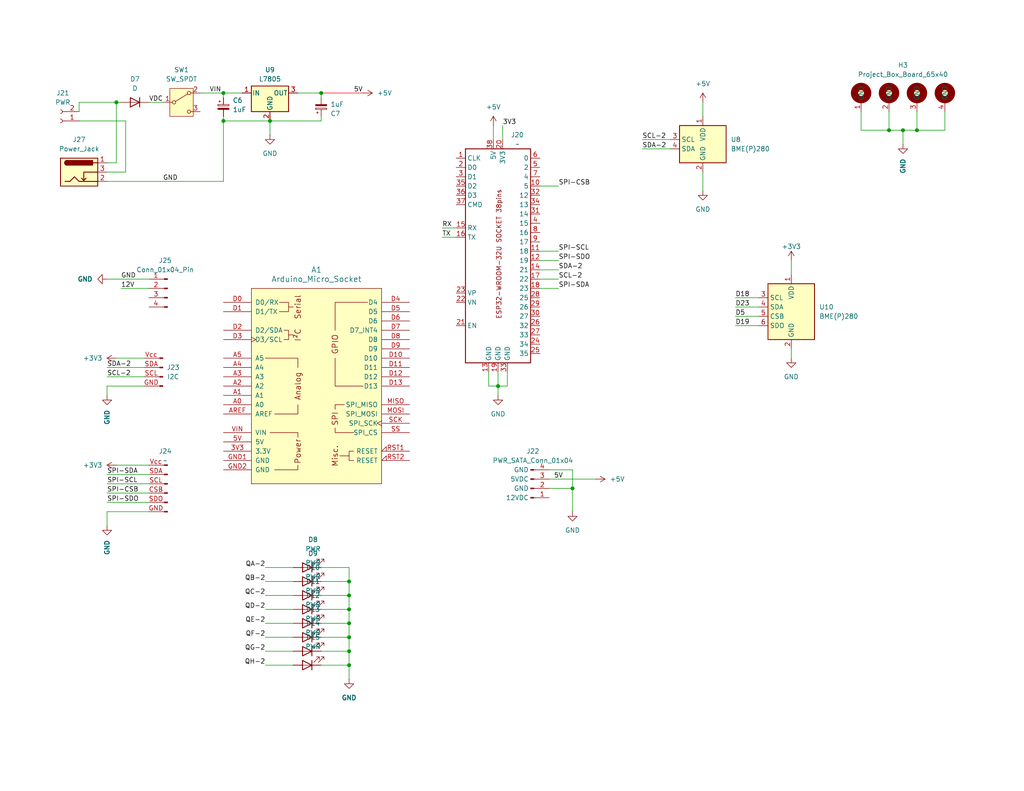
<source format=kicad_sch>
(kicad_sch (version 20231120) (generator "eeschema") (generator_version "8.0")
  (paper "USLetter")
  (title_block (title "ESP32 Sensor Node") (date "2024-07-03") (rev "v2.0") (comment 1 "ESP32-WROOM-32U DevKit"))
  (lib_symbols
    (symbol "+3V3_2" (power) (pin_numbers hide) (pin_names (offset 0) hide)
      (property "Value" "+3V3" (at 0 3.556 0))
      (symbol "+3V3_2_0_1"
        (polyline (pts (xy -0.762 1.27) (xy 0 2.54)))
        (polyline (pts (xy 0 0) (xy 0 2.54)))
        (polyline (pts (xy 0 2.54) (xy 0.762 1.27)))
      )
      (symbol "+3V3_2_1_1"
        (pin power_in line (at 0 0 90) (length 0) (name "~") (number "1"))
      )
    )
    (symbol "+5V_2" (power) (pin_numbers hide) (pin_names (offset 0) hide)
      (property "Value" "+5V" (at 0 3.556 0))
      (symbol "+5V_2_0_1"
        (polyline (pts (xy -0.762 1.27) (xy 0 2.54)))
        (polyline (pts (xy 0 0) (xy 0 2.54)))
        (polyline (pts (xy 0 2.54) (xy 0.762 1.27)))
      )
      (symbol "+5V_2_1_1"
        (pin power_in line (at 0 0 90) (length 0) (name "~") (number "1"))
      )
    )
    (symbol "Alexander Symbol Library:BME(P)280"
      (property "Reference" "U" (at -7.62 10.16 0))
      (property "Value" "BME(P)280" (at 5.08 10.16 0))
      (symbol "BME(P)280_0_1"
        (rectangle (start -7.62 7.62) (end 5.08 -2.54) (stroke (width 0.254)) (fill (type background)))
      )
      (symbol "BME(P)280_1_1"
        (pin power_in line (at -1.27 10.16 270) (length 2.54) (name "VDD") (number "1"))
        (pin power_out line (at -1.27 -5.08 90) (length 2.54) (name "GND") (number "2"))
        (pin input line (at -10.16 3.81 0) (length 2.54) (name "SCL") (number "3"))
        (pin bidirectional line (at -10.16 1.27 0) (length 2.54) (name "SDA") (number "4"))
      )
    )
    (symbol "Alexander Symbol Library:ESP32-WROOM-32U-38pins"
      (property "Reference" "J20" (at 13.6241 62.23 0))
      (property "Value" "~" (at 13.6241 59.69 0))
      (symbol "ESP32-WROOM-32U-38pins_0_1"
        (rectangle (start 0 58.42) (end 17.78 0) (stroke (width 0.254)))
      )
      (symbol "ESP32-WROOM-32U-38pins_1_1"
        (text "ESP32-WROOM-32U SOCKET 38pins" (at 9.144 29.718 900) (effects (font (size 1.27 1.27))))
        (pin input line (at -2.54 55.88 0) (length 2.54) (name "CLK") (number "1"))
        (pin bidirectional line (at 20.32 48.26 180) (length 2.54) (name "5") (number "10"))
        (pin bidirectional line (at 20.32 30.48 180) (length 2.54) (name "18") (number "11"))
        (pin bidirectional line (at 20.32 27.94 180) (length 2.54) (name "19") (number "12"))
        (pin power_out line (at 6.35 -2.54 90) (length 2.54) (name "GND") (number "13"))
        (pin bidirectional line (at 20.32 25.4 180) (length 2.54) (name "21") (number "14"))
        (pin bidirectional line (at -2.54 36.83 0) (length 2.54) (name "RX") (number "15"))
        (pin bidirectional line (at -2.54 34.29 0) (length 2.54) (name "TX") (number "16"))
        (pin bidirectional line (at 20.32 22.86 180) (length 2.54) (name "22") (number "17"))
        (pin bidirectional line (at 20.32 20.32 180) (length 2.54) (name "23") (number "18"))
        (pin power_out line (at 8.89 -2.54 90) (length 2.54) (name "GND") (number "19"))
        (pin bidirectional line (at -2.54 53.34 0) (length 2.54) (name "D0") (number "2"))
        (pin power_in line (at 10.16 60.96 270) (length 2.54) (name "3V3") (number "20"))
        (pin bidirectional line (at -2.54 10.16 0) (length 2.54) (name "EN") (number "21"))
        (pin bidirectional line (at -2.54 16.51 0) (length 2.54) (name "VN") (number "22"))
        (pin bidirectional line (at -2.54 19.05 0) (length 2.54) (name "VP") (number "23"))
        (pin bidirectional line (at 20.32 5.08 180) (length 2.54) (name "34") (number "24"))
        (pin bidirectional line (at 20.32 2.54 180) (length 2.54) (name "35") (number "25"))
        (pin bidirectional line (at 20.32 10.16 180) (length 2.54) (name "32") (number "26"))
        (pin bidirectional line (at 20.32 7.62 180) (length 2.54) (name "33") (number "27"))
        (pin bidirectional line (at 20.32 17.78 180) (length 2.54) (name "25") (number "28"))
        (pin bidirectional line (at 20.32 15.24 180) (length 2.54) (name "26") (number "29"))
        (pin bidirectional line (at -2.54 50.8 0) (length 2.54) (name "D1") (number "3"))
        (pin bidirectional line (at 20.32 12.7 180) (length 2.54) (name "27") (number "30"))
        (pin bidirectional line (at 20.32 40.64 180) (length 2.54) (name "14") (number "31"))
        (pin bidirectional line (at 20.32 45.72 180) (length 2.54) (name "12") (number "32"))
        (pin power_out line (at 11.43 -2.54 90) (length 2.54) (name "GND") (number "33"))
        (pin bidirectional line (at 20.32 43.18 180) (length 2.54) (name "13") (number "34"))
        (pin bidirectional line (at -2.54 48.26 0) (length 2.54) (name "D2") (number "35"))
        (pin bidirectional line (at -2.54 45.72 0) (length 2.54) (name "D3") (number "36"))
        (pin bidirectional line (at -2.54 43.18 0) (length 2.54) (name "CMD") (number "37"))
        (pin power_in line (at 7.62 60.96 270) (length 2.54) (name "5V") (number "38"))
        (pin bidirectional line (at 20.32 38.1 180) (length 2.54) (name "15") (number "4"))
        (pin bidirectional line (at 20.32 53.34 180) (length 2.54) (name "2") (number "5"))
        (pin bidirectional line (at 20.32 55.88 180) (length 2.54) (name "0") (number "6"))
        (pin bidirectional line (at 20.32 50.8 180) (length 2.54) (name "4") (number "7"))
        (pin bidirectional line (at 20.32 35.56 180) (length 2.54) (name "16") (number "8"))
        (pin bidirectional line (at 20.32 33.02 180) (length 2.54) (name "17") (number "9"))
      )
    )
    (symbol "Alexander_Library_Symbols:BME(P)280"
      (property "Reference" "U" (at -7.62 10.16 0))
      (property "Value" "BME(P)280" (at 5.08 10.16 0))
      (symbol "BME(P)280_0_1"
        (rectangle (start -7.62 7.62) (end 5.08 -7.62) (stroke (width 0.254)) (fill (type background)))
      )
      (symbol "BME(P)280_1_1"
        (pin power_in line (at -1.27 10.16 270) (length 2.54) (name "VDD") (number "1"))
        (pin power_out line (at -1.27 -10.16 90) (length 2.54) (name "GND") (number "2"))
        (pin input line (at -10.16 3.81 0) (length 2.54) (name "SCL") (number "3"))
        (pin bidirectional line (at -10.16 1.27 0) (length 2.54) (name "SDA") (number "4"))
        (pin input line (at -10.16 -1.27 0) (length 2.54) (name "CSB") (number "5"))
        (pin input line (at -10.16 -3.81 0) (length 2.54) (name "SDO") (number "6"))
      )
    )
    (symbol "Alexander_Library_Symbols:Conn_I2C_01x04" (pin_names (offset 1.016) hide)
      (property "Reference" "J" (at 0 5.08 0))
      (property "Value" "I2C" (at 0 -7.62 0))
      (symbol "Conn_I2C_01x04_1_1"
        (polyline (pts (xy 1.27 -5.08) (xy 0.8636 -5.08)) (stroke (width 0.1524)))
        (polyline (pts (xy 1.27 -2.54) (xy 0.8636 -2.54)) (stroke (width 0.1524)))
        (polyline (pts (xy 1.27 0) (xy 0.8636 0)) (stroke (width 0.1524)))
        (polyline (pts (xy 1.27 2.54) (xy 0.8636 2.54)) (stroke (width 0.1524)))
        (rectangle (start 0.8636 -4.953) (end 0 -5.207) (stroke (width 0.1524)) (fill (type outline)))
        (rectangle (start 0.8636 -2.413) (end 0 -2.667) (stroke (width 0.1524)) (fill (type outline)))
        (rectangle (start 0.8636 0.127) (end 0 -0.127) (stroke (width 0.1524)) (fill (type outline)))
        (rectangle (start 0.8636 2.667) (end 0 2.413) (stroke (width 0.1524)) (fill (type outline)))
        (pin power_out line (at 5.08 -5.08 180) (length 3.81) (name "GND") (number "GND"))
        (pin bidirectional line (at 5.08 -2.54 180) (length 3.81) (name "SCL") (number "SCL"))
        (pin bidirectional line (at 5.08 0 180) (length 3.81) (name "SDA") (number "SDA"))
        (pin power_in line (at 5.08 2.54 180) (length 3.81) (name "VCC") (number "Vcc"))
      )
    )
    (symbol "Alexander_Library_Symbols:PWR_SATA_Conn_01x04" (pin_names (offset 1.778)) (exclude_from_sim yes)
      (property "Reference" "J" (at 0 -7.62 0))
      (property "Value" "PWR_SATA_Conn_01x04" (at 0 5.08 0))
      (symbol "PWR_SATA_Conn_01x04_1_1"
        (rectangle (start 0 -4.953) (end 0.8636 -5.207) (stroke (width 0.1524)) (fill (type outline)))
        (rectangle (start 0 -2.413) (end 0.8636 -2.667) (stroke (width 0.1524)) (fill (type outline)))
        (polyline (pts (xy 1.27 -5.08) (xy 0.8636 -5.08)) (stroke (width 0.1524)))
        (polyline (pts (xy 1.27 -2.54) (xy 0.8636 -2.54)) (stroke (width 0.1524)))
        (polyline (pts (xy 1.27 0) (xy 0.8636 0)) (stroke (width 0.1524)))
        (polyline (pts (xy 1.27 2.54) (xy 0.8636 2.54)) (stroke (width 0.1524)))
        (rectangle (start 0 0.127) (end 0.8636 -0.127) (stroke (width 0.1524)) (fill (type outline)))
        (rectangle (start 0 2.667) (end 0.8636 2.413) (stroke (width 0.1524)) (fill (type outline)))
        (pin passive line (at 5.08 -5.08 180) (length 3.81) (name "12VDC") (number "1"))
        (pin passive line (at 5.08 -2.54 180) (length 3.81) (name "GND") (number "2"))
        (pin passive line (at 5.08 0 180) (length 3.81) (name "5VDC") (number "3"))
        (pin passive line (at 5.08 2.54 180) (length 3.81) (name "GND") (number "4"))
      )
    )
    (symbol "Alexander_Library_Symbols:Project_Box_Board_65x40"
      (property "Reference" "H" (at 0 7.62 0))
      (property "Value" "Project_Box_Board_65x40" (at 0 5.08 0))
      (symbol "Project_Box_Board_65x40_0_1"
        (circle (center -11.43 -1.27) (radius 1.27) (fill (type background)))
        (circle (center -11.43 -1.27) (radius 1.7961) (stroke (width 2)))
        (circle (center -3.81 -1.27) (radius 1.27) (fill (type background)))
        (circle (center -3.81 -1.27) (radius 1.7961) (stroke (width 2)))
        (circle (center 3.81 -1.27) (radius 1.27) (fill (type background)))
        (circle (center 3.81 -1.27) (radius 1.7961) (stroke (width 2)))
        (circle (center 11.43 -1.27) (radius 1.27) (fill (type background)))
        (circle (center 11.43 -1.27) (radius 1.7961) (stroke (width 2)))
      )
      (symbol "Project_Box_Board_65x40_1_1"
        (pin passive line (at -11.43 -6.35 90) (length 2.54) (name "GND") (number "1"))
        (pin passive line (at -3.81 -6.35 90) (length 2.54) (name "GND") (number "2"))
        (pin passive line (at 3.81 -6.35 90) (length 2.54) (name "GND") (number "3"))
        (pin passive line (at 11.43 -6.35 90) (length 2.54) (name "GND") (number "4"))
      )
    )
    (symbol "Alexander_Library_Symbols:SW_SPDT" (pin_names (offset 0) hide)
      (property "Reference" "SW" (at 0 5.08 0))
      (property "Value" "SW_SPDT" (at 0 -5.08 0))
      (symbol "SW_SPDT_0_1"
        (circle (center -2.032 0) (radius 0.4572))
        (polyline (pts (xy -1.651 0.254) (xy 1.651 2.286)))
        (circle (center 2.032 -2.54) (radius 0.4572))
        (circle (center 2.032 2.54) (radius 0.4572))
      )
      (symbol "SW_SPDT_1_1"
        (rectangle (start -3.175 3.81) (end 3.175 -3.81) (fill (type background)))
        (pin passive line (at -5.08 0 0) (length 2.54) (name "COM") (number "1"))
        (pin passive line (at 5.08 2.54 180) (length 2.54) (name "A") (number "2"))
        (pin passive line (at 5.08 -2.54 180) (length 2.54) (name "B") (number "3"))
      )
    )
    (symbol "Conn_01x04_Pin_1" (pin_names (offset 1.016) hide)
      (property "Reference" "J" (at 0 5.08 0))
      (property "Value" "Conn_01x04_Pin" (at 0 -7.62 0))
      (symbol "Conn_01x04_Pin_1_1_1"
        (polyline (pts (xy 1.27 -5.08) (xy 0.8636 -5.08)) (stroke (width 0.1524)))
        (polyline (pts (xy 1.27 -2.54) (xy 0.8636 -2.54)) (stroke (width 0.1524)))
        (polyline (pts (xy 1.27 0) (xy 0.8636 0)) (stroke (width 0.1524)))
        (polyline (pts (xy 1.27 2.54) (xy 0.8636 2.54)) (stroke (width 0.1524)))
        (rectangle (start 0.8636 -4.953) (end 0 -5.207) (stroke (width 0.1524)) (fill (type outline)))
        (rectangle (start 0.8636 -2.413) (end 0 -2.667) (stroke (width 0.1524)) (fill (type outline)))
        (rectangle (start 0.8636 0.127) (end 0 -0.127) (stroke (width 0.1524)) (fill (type outline)))
        (rectangle (start 0.8636 2.667) (end 0 2.413) (stroke (width 0.1524)) (fill (type outline)))
        (pin passive line (at 5.08 2.54 180) (length 3.81) (name "Pin_1") (number "1"))
        (pin passive line (at 5.08 0 180) (length 3.81) (name "Pin_2") (number "2"))
        (pin passive line (at 5.08 -2.54 180) (length 3.81) (name "Pin_3") (number "3"))
        (pin passive line (at 5.08 -5.08 180) (length 3.81) (name "Pin_4") (number "4"))
      )
    )
    (symbol "Conn_SPI_1" (pin_names hide)
      (property "Reference" "J" (at 0 0 0))
      (symbol "Conn_SPI_1_1_1"
        (polyline (pts (xy 1.27 5.08) (xy 0.8636 5.08)) (stroke (width 0.1524)))
        (polyline (pts (xy 1.27 7.62) (xy 0.8636 7.62)) (stroke (width 0.1524)))
        (polyline (pts (xy 1.27 10.16) (xy 0.8636 10.16)) (stroke (width 0.1524)))
        (polyline (pts (xy 1.27 12.7) (xy 0.8636 12.7)) (stroke (width 0.1524)))
        (polyline (pts (xy 1.27 15.24) (xy 0.8636 15.24)) (stroke (width 0.1524)))
        (polyline (pts (xy 1.27 17.78) (xy 0.8636 17.78)) (stroke (width 0.1524)))
        (rectangle (start 0 10.287) (end 0.8636 10.033) (stroke (width 0.1524)) (fill (type outline)))
        (rectangle (start 0 12.827) (end 0.8636 12.573) (stroke (width 0.1524)) (fill (type outline)))
        (rectangle (start 0.8636 5.207) (end 0 4.953) (stroke (width 0.1524)) (fill (type outline)))
        (rectangle (start 0.8636 7.747) (end 0 7.493) (stroke (width 0.1524)) (fill (type outline)))
        (rectangle (start 0.8636 15.367) (end 0 15.113) (stroke (width 0.1524)) (fill (type outline)))
        (rectangle (start 0.8636 17.907) (end 0 17.653) (stroke (width 0.1524)) (fill (type outline)))
        (pin bidirectional line (at 5.08 10.16 180) (length 3.81) (name "CSB") (number "CSB"))
        (pin power_out line (at 5.08 5.08 180) (length 3.81) (name "GND") (number "GND"))
        (pin bidirectional line (at 5.08 12.7 180) (length 3.81) (name "SCL") (number "SCL"))
        (pin bidirectional line (at 5.08 15.24 180) (length 3.81) (name "SDA") (number "SDA"))
        (pin bidirectional line (at 5.08 7.62 180) (length 3.81) (name "SDO") (number "SDO"))
        (pin power_in line (at 5.08 17.78 180) (length 3.81) (name "VCC") (number "Vcc"))
      )
    )
    (symbol "Connector:Barrel_Jack_Switch" (pin_names hide)
      (property "Reference" "J" (at 0 5.334 0))
      (property "Value" "Barrel_Jack_Switch" (at 0 -5.08 0))
      (symbol "Barrel_Jack_Switch_0_1"
        (rectangle (start -5.08 3.81) (end 5.08 -3.81) (stroke (width 0.254)) (fill (type background)))
        (arc (start -3.302 3.175) (mid -3.9343 2.54) (end -3.302 1.905) (stroke (width 0.254)))
        (arc (start -3.302 3.175) (mid -3.9343 2.54) (end -3.302 1.905) (stroke (width 0.254)) (fill (type outline)))
        (polyline (pts (xy 1.27 -2.286) (xy 1.905 -1.651)) (stroke (width 0.254)))
        (polyline (pts (xy 5.08 2.54) (xy 3.81 2.54)) (stroke (width 0.254)))
        (polyline (pts (xy 5.08 0) (xy 1.27 0) (xy 1.27 -2.286) (xy 0.635 -1.651)) (stroke (width 0.254)))
        (polyline (pts (xy -3.81 -2.54) (xy -2.54 -2.54) (xy -1.27 -1.27) (xy 0 -2.54) (xy 2.54 -2.54) (xy 5.08 -2.54)) (stroke (width 0.254)))
        (rectangle (start 3.683 3.175) (end -3.302 1.905) (stroke (width 0.254)) (fill (type outline)))
      )
      (symbol "Barrel_Jack_Switch_1_1"
        (pin passive line (at 7.62 2.54 180) (length 2.54) (name "~") (number "1"))
        (pin passive line (at 7.62 -2.54 180) (length 2.54) (name "~") (number "2"))
        (pin passive line (at 7.62 0 180) (length 2.54) (name "~") (number "3"))
      )
    )
    (symbol "Connector:Conn_01x02_Socket" (pin_names (offset 1.016) hide)
      (property "Reference" "J" (at 0 2.54 0))
      (property "Value" "Conn_01x02_Socket" (at 0 -5.08 0))
      (symbol "Conn_01x02_Socket_1_1"
        (arc (start 0 -2.032) (mid -0.5058 -2.54) (end 0 -3.048) (stroke (width 0.1524)))
        (polyline (pts (xy -1.27 -2.54) (xy -0.508 -2.54)) (stroke (width 0.1524)))
        (polyline (pts (xy -1.27 0) (xy -0.508 0)) (stroke (width 0.1524)))
        (arc (start 0 0.508) (mid -0.5058 0) (end 0 -0.508) (stroke (width 0.1524)))
        (pin passive line (at -5.08 0 0) (length 3.81) (name "Pin_1") (number "1"))
        (pin passive line (at -5.08 -2.54 0) (length 3.81) (name "Pin_2") (number "2"))
      )
    )
    (symbol "Device:C_Polarized_Small" (pin_numbers hide) (pin_names (offset 0.254) hide)
      (property "Reference" "C" (at 0.254 1.778 0))
      (property "Value" "C_Polarized_Small" (at 0.254 -2.032 0))
      (symbol "C_Polarized_Small_0_1"
        (rectangle (start -1.524 -0.3048) (end 1.524 -0.6858) (fill (type outline)))
        (rectangle (start -1.524 0.6858) (end 1.524 0.3048))
        (polyline (pts (xy -1.27 1.524) (xy -0.762 1.524)))
        (polyline (pts (xy -1.016 1.27) (xy -1.016 1.778)))
      )
      (symbol "C_Polarized_Small_1_1"
        (pin passive line (at 0 2.54 270) (length 1.8542) (name "~") (number "1"))
        (pin passive line (at 0 -2.54 90) (length 1.8542) (name "~") (number "2"))
      )
    )
    (symbol "Device:D" (pin_numbers hide) (pin_names (offset 1.016) hide)
      (property "Reference" "D" (at 0 2.54 0))
      (property "Value" "D" (at 0 -2.54 0))
      (symbol "D_0_1"
        (polyline (pts (xy -1.27 1.27) (xy -1.27 -1.27)) (stroke (width 0.254)))
        (polyline (pts (xy 1.27 0) (xy -1.27 0)))
        (polyline (pts (xy 1.27 1.27) (xy 1.27 -1.27) (xy -1.27 0) (xy 1.27 1.27)) (stroke (width 0.254)))
      )
      (symbol "D_1_1"
        (pin passive line (at -3.81 0 0) (length 2.54) (name "K") (number "1"))
        (pin passive line (at 3.81 0 180) (length 2.54) (name "A") (number "2"))
      )
    )
    (symbol "Device:LED" (pin_numbers hide) (pin_names (offset 1.016) hide)
      (property "Reference" "D" (at 0 2.54 0))
      (property "Value" "LED" (at 0 -2.54 0))
      (symbol "LED_0_1"
        (polyline (pts (xy -1.27 -1.27) (xy -1.27 1.27)) (stroke (width 0.254)))
        (polyline (pts (xy -1.27 0) (xy 1.27 0)))
        (polyline (pts (xy 1.27 -1.27) (xy 1.27 1.27) (xy -1.27 0) (xy 1.27 -1.27)) (stroke (width 0.254)))
        (polyline (pts (xy -3.048 -0.762) (xy -4.572 -2.286) (xy -3.81 -2.286) (xy -4.572 -2.286) (xy -4.572 -1.524)))
        (polyline (pts (xy -1.778 -0.762) (xy -3.302 -2.286) (xy -2.54 -2.286) (xy -3.302 -2.286) (xy -3.302 -1.524)))
      )
      (symbol "LED_1_1"
        (pin passive line (at -3.81 0 0) (length 2.54) (name "K") (number "1"))
        (pin passive line (at 3.81 0 180) (length 2.54) (name "A") (number "2"))
      )
    )
    (symbol "GND_4" (power) (pin_numbers hide) (pin_names (offset 0) hide)
      (property "Value" "GND" (at 0 -3.81 0))
      (symbol "GND_4_0_1"
        (polyline (pts (xy 0 0) (xy 0 -1.27) (xy 1.27 -1.27) (xy 0 -2.54) (xy -1.27 -1.27) (xy 0 -1.27)))
      )
      (symbol "GND_4_1_1"
        (pin power_in line (at 0 0 270) (length 0) (name "~") (number "1"))
      )
    )
    (symbol "GND_7" (power) (pin_numbers hide) (pin_names (offset 0) hide)
      (property "Value" "GND" (at 0 -3.81 0))
      (symbol "GND_7_0_1"
        (polyline (pts (xy 0 0) (xy 0 -1.27) (xy 1.27 -1.27) (xy 0 -2.54) (xy -1.27 -1.27) (xy 0 -1.27)))
      )
      (symbol "GND_7_1_1"
        (pin power_in line (at 0 0 270) (length 0) (name "~") (number "1"))
      )
    )
    (symbol "PCM_arduino-library:Arduino_Micro_Socket" (pin_names (offset 1.016))
      (property "Reference" "A" (at 0 33.02 0))
      (property "Value" "Arduino_Micro_Socket" (at 0 29.21 0))
      (symbol "Arduino_Micro_Socket_0_0"
        (rectangle (start -17.78 26.67) (end 17.78 -26.67) (fill (type background)))
        (polyline (pts (xy -7.62 13.97) (xy -6.35 13.97)))
        (polyline (pts (xy -7.62 21.59) (xy -6.35 21.59)))
        (polyline (pts (xy 8.89 -19.05) (xy 6.35 -19.05)))
        (polyline (pts (xy -11.43 -22.86) (xy -5.08 -22.86) (xy -5.08 -21.59)))
        (polyline (pts (xy -5.08 -13.97) (xy -5.08 -12.7) (xy -12.7 -12.7)))
        (polyline (pts (xy -5.08 -5.08) (xy -5.08 -7.62) (xy -11.43 -7.62)))
        (polyline (pts (xy -5.08 5.08) (xy -5.08 7.62) (xy -13.97 7.62)))
        (polyline (pts (xy 5.08 -11.43) (xy 5.08 -12.7) (xy 10.16 -12.7)))
        (polyline (pts (xy 5.08 7.62) (xy 5.08 0) (xy 12.7 0)))
        (polyline (pts (xy 7.62 -5.08) (xy 5.08 -5.08) (xy 5.08 -6.35)))
        (polyline (pts (xy 13.97 22.86) (xy 5.08 22.86) (xy 5.08 15.24)))
        (polyline (pts (xy -10.16 22.86) (xy -7.62 22.86) (xy -7.62 20.32) (xy -10.16 20.32)))
        (polyline (pts (xy -8.89 15.24) (xy -7.62 15.24) (xy -7.62 12.7) (xy -8.89 12.7)))
        (text "Analog" (at -5.08 0 900) (effects (font (size 1.524 1.524))))
        (text "I²C" (at -5.08 13.97 900) (effects (font (size 1.524 1.524))))
        (text "Misc." (at 5.08 -19.05 900) (effects (font (size 1.524 1.524))))
        (text "Power" (at -5.08 -17.78 900) (effects (font (size 1.524 1.524))))
        (text "Serial" (at -5.08 21.59 900) (effects (font (size 1.524 1.524))))
        (text "SPI" (at 5.08 -8.89 900) (effects (font (size 1.524 1.524))))
      )
      (symbol "Arduino_Micro_Socket_0_1"
        (polyline (pts (xy 10.16 -17.78) (xy 8.89 -17.78) (xy 8.89 -20.32) (xy 10.16 -20.32)))
      )
      (symbol "Arduino_Micro_Socket_1_0"
        (text "GPIO" (at 5.08 11.43 900) (effects (font (size 1.524 1.524))))
      )
      (symbol "Arduino_Micro_Socket_1_1"
        (pin power_out line (at -25.4 -17.78 0) (length 7.62) (name "3.3V") (number "3V3"))
        (pin power_in line (at -25.4 -15.24 0) (length 7.62) (name "5V") (number "5V"))
        (pin bidirectional line (at -25.4 -5.08 0) (length 7.62) (name "A0") (number "A0"))
        (pin bidirectional line (at -25.4 -2.54 0) (length 7.62) (name "A1") (number "A1"))
        (pin bidirectional line (at -25.4 0 0) (length 7.62) (name "A2") (number "A2"))
        (pin bidirectional line (at -25.4 2.54 0) (length 7.62) (name "A3") (number "A3"))
        (pin bidirectional line (at -25.4 5.08 0) (length 7.62) (name "A4") (number "A4"))
        (pin bidirectional line (at -25.4 7.62 0) (length 7.62) (name "A5") (number "A5"))
        (pin input line (at -25.4 -7.62 0) (length 7.62) (name "AREF") (number "AREF"))
        (pin bidirectional line (at -25.4 22.86 0) (length 7.62) (name "D0/RX") (number "D0"))
        (pin bidirectional line (at -25.4 20.32 0) (length 7.62) (name "D1/TX") (number "D1"))
        (pin bidirectional line (at 25.4 7.62 180) (length 7.62) (name "D10") (number "D10"))
        (pin bidirectional line (at 25.4 5.08 180) (length 7.62) (name "D11") (number "D11"))
        (pin bidirectional line (at 25.4 2.54 180) (length 7.62) (name "D12") (number "D12"))
        (pin bidirectional line (at 25.4 0 180) (length 7.62) (name "D13") (number "D13"))
        (pin bidirectional line (at -25.4 15.24 0) (length 7.62) (name "D2/SDA") (number "D2"))
        (pin bidirectional clock (at -25.4 12.7 0) (length 7.62) (name "D3/SCL") (number "D3"))
        (pin bidirectional line (at 25.4 22.86 180) (length 7.62) (name "D4") (number "D4"))
        (pin bidirectional line (at 25.4 20.32 180) (length 7.62) (name "D5") (number "D5"))
        (pin bidirectional line (at 25.4 17.78 180) (length 7.62) (name "D6") (number "D6"))
        (pin bidirectional line (at 25.4 15.24 180) (length 7.62) (name "D7_INT4") (number "D7"))
        (pin bidirectional line (at 25.4 12.7 180) (length 7.62) (name "D8") (number "D8"))
        (pin bidirectional line (at 25.4 10.16 180) (length 7.62) (name "D9") (number "D9"))
        (pin power_in line (at -25.4 -20.32 0) (length 7.62) (name "GND") (number "GND1"))
        (pin power_in line (at -25.4 -22.86 0) (length 7.62) (name "GND") (number "GND2"))
        (pin input line (at 25.4 -5.08 180) (length 7.62) (name "SPI_MISO") (number "MISO"))
        (pin output line (at 25.4 -7.62 180) (length 7.62) (name "SPI_MOSI") (number "MOSI"))
        (pin open_collector input_low (at 25.4 -17.78 180) (length 7.62) (name "RESET") (number "RST1"))
        (pin open_collector input_low (at 25.4 -20.32 180) (length 7.62) (name "RESET") (number "RST2"))
        (pin output clock (at 25.4 -10.16 180) (length 7.62) (name "SPI_SCK") (number "SCK"))
        (pin bidirectional line (at 25.4 -12.7 180) (length 7.62) (name "SPI_CS") (number "SS"))
        (pin power_in line (at -25.4 -12.7 0) (length 7.62) (name "VIN") (number "VIN"))
      )
    )
    (symbol "Regulator_Linear:L7805" (pin_names (offset 0.254))
      (property "Reference" "U4" (at 0 6.35 0))
      (property "Value" "L7805" (at 0 3.81 0))
      (symbol "L7805_0_1"
        (rectangle (start -5.08 1.905) (end 5.08 -5.08) (stroke (width 0.254)) (fill (type background)))
      )
      (symbol "L7805_1_1"
        (pin power_in line (at -7.62 0 0) (length 2.54) (name "IN") (number "1"))
        (pin power_in line (at 0 -7.62 90) (length 2.54) (name "GND") (number "2"))
        (pin power_out line (at 7.62 0 180) (length 2.54) (name "OUT") (number "3"))
      )
    )
    (symbol "power:+3V3" (power) (pin_names (offset 0))
      (property "Value" "+3V3" (at 0 3.556 0))
      (symbol "+3V3_0_1"
        (polyline (pts (xy -0.762 1.27) (xy 0 2.54)))
        (polyline (pts (xy 0 0) (xy 0 2.54)))
        (polyline (pts (xy 0 2.54) (xy 0.762 1.27)))
      )
      (symbol "+3V3_1_1"
        (pin power_in line (at 0 0 90) (length 0) hide (name "+3V3") (number "1"))
      )
    )
    (symbol "power:GND" (power) (pin_names (offset 0))
      (property "Value" "GND" (at 0 -3.81 0))
      (symbol "GND_0_1"
        (polyline (pts (xy 0 0) (xy 0 -1.27) (xy 1.27 -1.27) (xy 0 -2.54) (xy -1.27 -1.27) (xy 0 -1.27)))
      )
      (symbol "GND_1_1"
        (pin power_in line (at 0 0 270) (length 0) hide (name "GND") (number "1"))
      )
    )
  )
  (junction (at 95.25 158.75))
  (junction (at 95.25 166.37))
  (junction (at 60.96 33.02))
  (junction (at 242.57 35.56))
  (junction (at 95.25 162.56))
  (junction (at 87.63 25.4))
  (junction (at 95.25 177.8))
  (junction (at 250.19 35.56))
  (junction (at 135.89 105.41))
  (junction (at 156.21 133.35))
  (junction (at 31.75 27.94))
  (junction (at 95.25 173.99))
  (junction (at 95.25 181.61))
  (junction (at 95.25 170.18))
  (junction (at 73.66 33.02))
  (junction (at 60.96 25.4))
  (junction (at 246.38 35.56))
  (wire (pts (xy 29.21 134.62) (xy 40.64 134.62)))
  (wire (pts (xy 147.32 68.58) (xy 152.4 68.58)))
  (wire (pts (xy 95.25 181.61) (xy 95.25 185.42)))
  (wire (pts (xy 147.32 78.74) (xy 152.4 78.74)))
  (wire (pts (xy 87.63 166.37) (xy 95.25 166.37)))
  (wire (pts (xy 95.25 173.99) (xy 95.25 177.8)))
  (wire (pts (xy 200.66 83.82) (xy 207.01 83.82)))
  (wire (pts (xy 60.96 25.4) (xy 66.04 25.4)))
  (wire (pts (xy 95.25 154.94) (xy 95.25 158.75)))
  (wire (pts (xy 246.38 39.37) (xy 246.38 35.56)))
  (wire (pts (xy 29.21 76.2) (xy 40.64 76.2)))
  (wire (pts (xy 54.61 25.4) (xy 60.96 25.4)))
  (wire (pts (xy 134.62 34.29) (xy 134.62 38.1)))
  (wire (pts (xy 257.81 35.56) (xy 250.19 35.56)))
  (wire (pts (xy 147.32 50.8) (xy 152.4 50.8)))
  (wire (pts (xy 72.39 166.37) (xy 80.01 166.37)))
  (wire (pts (xy 133.35 105.41) (xy 135.89 105.41)))
  (wire (pts (xy 120.65 64.77) (xy 124.46 64.77)))
  (wire (pts (xy 40.64 27.94) (xy 44.45 27.94)))
  (wire (pts (xy 147.32 76.2) (xy 152.4 76.2)))
  (wire (pts (xy 87.63 33.02) (xy 73.66 33.02)))
  (wire (pts (xy 257.81 30.48) (xy 257.81 35.56)))
  (wire (pts (xy 29.21 137.16) (xy 40.64 137.16)))
  (wire (pts (xy 72.39 181.61) (xy 80.01 181.61)))
  (wire (pts (xy 147.32 73.66) (xy 152.4 73.66)))
  (wire (pts (xy 191.77 46.99) (xy 191.77 52.07)))
  (wire (pts (xy 34.29 33.02) (xy 34.29 46.99)))
  (wire (pts (xy 135.89 105.41) (xy 135.89 107.95)))
  (wire (pts (xy 87.63 181.61) (xy 95.25 181.61)))
  (wire (pts (xy 60.96 26.67) (xy 60.96 25.4)))
  (wire (pts (xy 72.39 158.75) (xy 80.01 158.75)))
  (wire (pts (xy 95.25 177.8) (xy 95.25 181.61)))
  (wire (pts (xy 215.9 95.25) (xy 215.9 97.79)))
  (wire (pts (xy 133.35 101.6) (xy 133.35 105.41)))
  (wire (pts (xy 156.21 128.27) (xy 156.21 133.35)))
  (wire (pts (xy 29.21 100.33) (xy 39.37 100.33)))
  (wire (pts (xy 72.39 173.99) (xy 80.01 173.99)))
  (wire (pts (xy 87.63 177.8) (xy 95.25 177.8)))
  (wire (pts (xy 87.63 158.75) (xy 95.25 158.75)))
  (wire (pts (xy 175.26 40.64) (xy 182.88 40.64)))
  (wire (pts (xy 156.21 133.35) (xy 156.21 139.7)))
  (wire (pts (xy 200.66 88.9) (xy 207.01 88.9)))
  (wire (pts (xy 149.86 130.81) (xy 162.56 130.81)))
  (wire (pts (xy 138.43 105.41) (xy 135.89 105.41)))
  (wire (pts (xy 29.21 44.45) (xy 31.75 44.45)))
  (wire (pts (xy 29.21 107.95) (xy 29.21 105.41)))
  (wire (pts (xy 21.59 30.48) (xy 21.59 27.94)))
  (wire (pts (xy 81.28 25.4) (xy 87.63 25.4)))
  (wire (pts (xy 87.63 25.4) (xy 87.63 26.67)))
  (wire (pts (xy 242.57 30.48) (xy 242.57 35.56)))
  (wire (pts (xy 34.29 46.99) (xy 29.21 46.99)))
  (wire (pts (xy 87.63 31.75) (xy 87.63 33.02)))
  (wire (pts (xy 31.75 44.45) (xy 31.75 27.94)))
  (wire (pts (xy 21.59 33.02) (xy 34.29 33.02)))
  (wire (pts (xy 87.63 25.4) (xy 99.06 25.4)) (stroke (width 0) (color 255 0 0 1)))
  (wire (pts (xy 149.86 133.35) (xy 156.21 133.35)))
  (wire (pts (xy 95.25 166.37) (xy 95.25 170.18)))
  (wire (pts (xy 29.21 139.7) (xy 40.64 139.7)))
  (wire (pts (xy 31.75 97.79) (xy 39.37 97.79)))
  (wire (pts (xy 60.96 33.02) (xy 73.66 33.02)))
  (wire (pts (xy 120.65 62.23) (xy 124.46 62.23)))
  (wire (pts (xy 215.9 71.12) (xy 215.9 74.93)))
  (wire (pts (xy 138.43 101.6) (xy 138.43 105.41)))
  (wire (pts (xy 21.59 27.94) (xy 31.75 27.94)))
  (wire (pts (xy 137.16 34.29) (xy 137.16 38.1)))
  (wire (pts (xy 72.39 162.56) (xy 80.01 162.56)))
  (wire (pts (xy 191.77 27.94) (xy 191.77 31.75)))
  (wire (pts (xy 73.66 33.02) (xy 73.66 36.83)))
  (wire (pts (xy 60.96 49.53) (xy 60.96 33.02)))
  (wire (pts (xy 147.32 71.12) (xy 152.4 71.12)))
  (wire (pts (xy 149.86 128.27) (xy 156.21 128.27)))
  (wire (pts (xy 250.19 35.56) (xy 246.38 35.56)))
  (wire (pts (xy 135.89 101.6) (xy 135.89 105.41)))
  (wire (pts (xy 31.75 127) (xy 40.64 127)))
  (wire (pts (xy 72.39 177.8) (xy 80.01 177.8)))
  (wire (pts (xy 80.01 154.94) (xy 72.39 154.94)))
  (wire (pts (xy 60.96 31.75) (xy 60.96 33.02)))
  (wire (pts (xy 95.25 170.18) (xy 95.25 173.99)))
  (wire (pts (xy 95.25 158.75) (xy 95.25 162.56)))
  (wire (pts (xy 200.66 86.36) (xy 207.01 86.36)))
  (wire (pts (xy 31.75 27.94) (xy 33.02 27.94)))
  (wire (pts (xy 200.66 81.28) (xy 207.01 81.28)))
  (wire (pts (xy 29.21 143.51) (xy 29.21 139.7)))
  (wire (pts (xy 242.57 35.56) (xy 246.38 35.56)))
  (wire (pts (xy 72.39 170.18) (xy 80.01 170.18)))
  (wire (pts (xy 175.26 38.1) (xy 182.88 38.1)))
  (wire (pts (xy 234.95 30.48) (xy 234.95 35.56)))
  (wire (pts (xy 95.25 162.56) (xy 95.25 166.37)))
  (wire (pts (xy 29.21 49.53) (xy 60.96 49.53)))
  (wire (pts (xy 87.63 162.56) (xy 95.25 162.56)))
  (wire (pts (xy 250.19 30.48) (xy 250.19 35.56)))
  (wire (pts (xy 87.63 173.99) (xy 95.25 173.99)))
  (wire (pts (xy 29.21 105.41) (xy 39.37 105.41)))
  (wire (pts (xy 87.63 154.94) (xy 95.25 154.94)))
  (wire (pts (xy 29.21 132.08) (xy 40.64 132.08)))
  (wire (pts (xy 33.02 78.74) (xy 40.64 78.74)))
  (wire (pts (xy 29.21 129.54) (xy 40.64 129.54)))
  (wire (pts (xy 29.21 102.87) (xy 39.37 102.87)))
  (wire (pts (xy 87.63 170.18) (xy 95.25 170.18)))
  (wire (pts (xy 234.95 35.56) (xy 242.57 35.56)))
  (label "SDA-2" (at 175.26 40.64 0))
  (label "SPI-SCL" (at 29.21 132.08 0))
  (label "5V" (at 96.52 25.4 0))
  (label "GND" (at 44.45 49.53 0))
  (label "QG-2" (at 72.39 177.8 180))
  (label "QA-2" (at 72.39 154.94 180))
  (label "SPI-CSB" (at 152.4 50.8 0))
  (label "QH-2" (at 72.39 181.61 180))
  (label "3V3" (at 137.16 34.29 0))
  (label "SCL-2" (at 152.4 76.2 0))
  (label "SPI-SDO" (at 152.4 71.12 0))
  (label "QF-2" (at 72.39 173.99 180))
  (label "VIN" (at 57.15 25.4 0))
  (label "QB-2" (at 72.39 158.75 180))
  (label "SPI-CSB" (at 29.21 134.62 0))
  (label "SPI-SDA" (at 152.4 78.74 0))
  (label "SPI-SDO" (at 29.21 137.16 0))
  (label "5V" (at 151.13 130.81 0))
  (label "SDA-2" (at 29.21 100.33 0))
  (label "D18" (at 200.66 81.28 0))
  (label "QD-2" (at 72.39 166.37 180))
  (label "D5" (at 200.66 86.36 0))
  (label "SCL-2" (at 29.21 102.87 0))
  (label "SDA-2" (at 152.4 73.66 0))
  (label "D23" (at 200.66 83.82 0))
  (label "SCL-2" (at 175.26 38.1 0))
  (label "GND" (at 33.02 76.2 0))
  (label "RX" (at 120.65 62.23 0))
  (label "TX" (at 120.65 64.77 0))
  (label "QE-2" (at 72.39 170.18 180))
  (label "QC-2" (at 72.39 162.56 180))
  (label "D19" (at 200.66 88.9 0))
  (label "SPI-SDA" (at 29.21 129.54 0))
  (label "SPI-SCL" (at 152.4 68.58 0))
  (label "12V" (at 33.02 78.74 0))
  (label "VDC" (at 40.64 27.94 0))
  (symbol (lib_id "Device:LED") (at 83.82 170.18 180) (unit 1) (on_board no)
    (property "Reference" "D12" (at 85.4075 162.56 0))
    (property "Value" "PWR" (at 85.4075 165.1 0))
    (property "Footprint" "LED_SMD:LED_1210_3225Metric_Pad1.42x2.65mm_HandSolder" (effects (hide yes)))
    (property "Description" "Light emitting diode" (effects (hide yes)))
  )
  (symbol (lib_name "GND_4") (lib_id "power:GND") (at 95.25 185.42 0) (unit 1)
    (property "Reference" "#PWR040" (effects (hide yes)))
    (property "Value" "GND" (at 95.25 190.5 0) (effects (font (bold yes))))
    (property "Description" "Power symbol creates a global label with name \"GND\" , ground" (effects (hide yes)))
  )
  (symbol (lib_id "Device:LED") (at 83.82 181.61 180) (unit 1) (on_board no)
    (property "Reference" "D15" (at 85.4075 173.99 0))
    (property "Value" "PWR" (at 85.4075 176.53 0))
    (property "Footprint" "LED_SMD:LED_1210_3225Metric_Pad1.42x2.65mm_HandSolder" (effects (hide yes)))
    (property "Description" "Light emitting diode" (effects (hide yes)))
  )
  (symbol (lib_id "Alexander_Library_Symbols:Conn_I2C_01x04") (at 44.45 100.33 0) (mirror y) (unit 1)
    (property "Reference" "J23" (at 47.244 100.33 0))
    (property "Value" "I2C" (at 47.244 102.87 0))
    (property "Footprint" "Alexander Footprint Library:Conn_I2C" (effects (hide yes)))
  )
  (symbol (lib_id "Alexander Symbol Library:ESP32-WROOM-32U-38pins") (at 127 99.06 0) (unit 1)
    (property "Reference" "J20" (at 139.3541 36.83 0) (effects (justify left)))
    (property "Value" "~" (at 140.6241 39.37 0) (effects (justify left)))
    (property "Footprint" "Alexander Footprint Library:Conn_ESP32_WROOM-DevKit-38pins" (effects (hide yes)))
    (property "Description" "Connector ESP32 WROOM 32D Module 38pins anthena" (effects (hide yes)))
  )
  (symbol (lib_id "Device:C_Polarized_Small") (at 60.96 29.21 0) (unit 1)
    (property "Reference" "C6" (at 63.5 27.3939 0) (effects (justify left)))
    (property "Value" "1uF" (at 63.5 29.9339 0) (effects (justify left)))
    (property "Footprint" "Capacitor_THT:CP_Radial_D4.0mm_P2.00mm" (effects (hide yes)))
  )
  (symbol (lib_id "Device:D") (at 36.83 27.94 180) (unit 1)
    (property "Reference" "D7" (at 36.83 21.59 0))
    (property "Value" "D" (at 36.83 24.13 0))
    (property "Footprint" "Diode_SMD:D_1210_3225Metric" (effects (hide yes)))
    (property "Description" "Diode" (effects (hide yes)))
    (property "Sim.Device" "D" (effects (hide yes)))
    (property "Sim.Pins" "1=K 2=A" (effects (hide yes)))
  )
  (symbol (lib_name "+5V_2") (lib_id "power:+5V") (at 99.06 25.4 270) (unit 1)
    (property "Reference" "#PWR039" (effects (hide yes)))
    (property "Value" "+5V" (at 102.87 25.3999 90) (effects (justify left)))
    (property "Description" "Power symbol creates a global label with name \"+5V\"" (effects (hide yes)))
  )
  (symbol (lib_id "power:GND") (at 29.21 76.2 270) (unit 1)
    (property "Reference" "#PWR036" (effects (hide yes)))
    (property "Value" "GND" (at 25.4 76.2 90) (effects (font (bold yes)) (justify right)))
  )
  (symbol (lib_id "Device:LED") (at 83.82 177.8 180) (unit 1) (on_board no)
    (property "Reference" "D14" (at 85.4075 170.18 0))
    (property "Value" "PWR" (at 85.4075 172.72 0))
    (property "Footprint" "LED_SMD:LED_1210_3225Metric_Pad1.42x2.65mm_HandSolder" (effects (hide yes)))
    (property "Description" "Light emitting diode" (effects (hide yes)))
  )
  (symbol (lib_name "+5V_2") (lib_id "power:+5V") (at 162.56 130.81 270) (unit 1)
    (property "Reference" "#PWR034" (effects (hide yes)))
    (property "Value" "+5V" (at 166.37 130.8099 90) (effects (justify left)))
    (property "Description" "Power symbol creates a global label with name \"+5V\"" (effects (hide yes)))
  )
  (symbol (lib_name "+5V_2") (lib_id "power:+5V") (at 191.77 27.94 0) (unit 1)
    (property "Reference" "#PWR031" (effects (hide yes)))
    (property "Value" "+5V" (at 191.77 22.86 0))
    (property "Description" "Power symbol creates a global label with name \"+5V\"" (effects (hide yes)))
  )
  (symbol (lib_id "power:+3V3") (at 31.75 97.79 90) (unit 1)
    (property "Reference" "#PWR038" (effects (hide yes)))
    (property "Value" "+3V3" (at 27.94 97.79 90) (effects (justify left)))
  )
  (symbol (lib_id "power:GND") (at 246.38 39.37 0) (unit 1)
    (property "Reference" "#PWR045" (effects (hide yes)))
    (property "Value" "GND" (at 246.38 43.18 90) (effects (font (bold yes)) (justify right)))
  )
  (symbol (lib_id "Device:LED") (at 83.82 166.37 180) (unit 1) (on_board no)
    (property "Reference" "D11" (at 85.4075 158.75 0))
    (property "Value" "PWR" (at 85.4075 161.29 0))
    (property "Footprint" "LED_SMD:LED_1210_3225Metric_Pad1.42x2.65mm_HandSolder" (effects (hide yes)))
    (property "Description" "Light emitting diode" (effects (hide yes)))
  )
  (symbol (lib_id "power:GND") (at 29.21 107.95 0) (unit 1)
    (property "Reference" "#PWR037" (effects (hide yes)))
    (property "Value" "GND" (at 29.21 111.76 90) (effects (font (bold yes)) (justify right)))
  )
  (symbol (lib_id "PCM_arduino-library:Arduino_Micro_Socket") (at 86.36 105.41 0) (unit 1) (on_board no)
    (property "Reference" "A1" (at 86.36 73.66 0) (effects (font (size 1.524 1.524))))
    (property "Value" "Arduino_Micro_Socket" (at 86.36 76.2 0) (effects (font (size 1.524 1.524))))
    (property "Footprint" "PCM_arduino-library:Arduino_Micro_Socket" (effects (hide yes)))
    (property "Datasheet" "https://docs.arduino.cc/hardware/micro" (effects (hide yes)))
    (property "Description" "Socket for Arduino Micro" (effects (hide yes)))
  )
  (symbol (lib_id "power:GND") (at 191.77 52.07 0) (unit 1)
    (property "Reference" "#PWR032" (effects (hide yes)))
    (property "Value" "GND" (at 191.77 57.15 0))
  )
  (symbol (lib_id "power:GND") (at 29.21 143.51 0) (unit 1)
    (property "Reference" "#PWR041" (effects (hide yes)))
    (property "Value" "GND" (at 29.21 147.32 90) (effects (font (bold yes)) (justify right)))
  )
  (symbol (lib_name "Conn_01x04_Pin_1") (lib_id "Connector:Conn_01x04_Pin") (at 45.72 78.74 0) (mirror y) (unit 1)
    (property "Reference" "J25" (at 45.085 71.12 0))
    (property "Value" "Conn_01x04_Pin" (at 45.085 73.66 0))
    (property "Footprint" "Connector:FanPinHeader_1x04_P2.54mm_Vertical" (effects (hide yes)))
    (property "Description" "Generic connector, single row, 01x04, script generated" (effects (hide yes)))
  )
  (symbol (lib_name "GND_7") (lib_id "power:GND") (at 73.66 36.83 0) (unit 1)
    (property "Reference" "#PWR035" (effects (hide yes)))
    (property "Value" "GND" (at 73.66 41.91 0))
    (property "Description" "Power symbol creates a global label with name \"GND\" , ground" (effects (hide yes)))
  )
  (symbol (lib_id "Connector:Barrel_Jack_Switch") (at 21.59 46.99 0) (unit 1) (on_board no)
    (property "Reference" "J27" (at 21.59 38.1 0))
    (property "Value" "Power_Jack" (at 21.59 40.64 0))
    (property "Footprint" "Connector_BarrelJack:BarrelJack_Horizontal" (effects (hide yes)))
    (property "Description" "DC Barrel Jack with an internal switch" (effects (hide yes)))
  )
  (symbol (lib_name "GND_7") (lib_id "power:GND") (at 156.21 139.7 0) (unit 1)
    (property "Reference" "#PWR033" (effects (hide yes)))
    (property "Value" "GND" (at 156.21 144.78 0))
    (property "Description" "Power symbol creates a global label with name \"GND\" , ground" (effects (hide yes)))
  )
  (symbol (lib_id "Device:LED") (at 83.82 158.75 180) (unit 1) (on_board no)
    (property "Reference" "D9" (at 85.4075 151.13 0))
    (property "Value" "PWR" (at 85.4075 153.67 0))
    (property "Footprint" "LED_SMD:LED_1210_3225Metric_Pad1.42x2.65mm_HandSolder" (effects (hide yes)))
    (property "Description" "Light emitting diode" (effects (hide yes)))
  )
  (symbol (lib_id "Device:LED") (at 83.82 162.56 180) (unit 1) (on_board no)
    (property "Reference" "D10" (at 85.4075 154.94 0))
    (property "Value" "PWR" (at 85.4075 157.48 0))
    (property "Footprint" "LED_SMD:LED_1210_3225Metric_Pad1.42x2.65mm_HandSolder" (effects (hide yes)))
    (property "Description" "Light emitting diode" (effects (hide yes)))
  )
  (symbol (lib_id "Connector:Conn_01x02_Socket") (at 16.51 33.02 180) (unit 1)
    (property "Reference" "J21" (at 17.145 25.4 0))
    (property "Value" "PWR" (at 17.145 27.94 0))
    (property "Footprint" "Connector_PinSocket_2.54mm:PinSocket_1x02_P2.54mm_Vertical" (effects (hide yes)))
  )
  (symbol (lib_id "Alexander_Library_Symbols:Project_Box_Board_65x40") (at 246.38 24.13 0) (unit 1)
    (property "Reference" "H3" (at 246.38 17.78 0))
    (property "Value" "Project_Box_Board_65x40" (at 246.38 20.32 0))
    (property "Footprint" "Alexander Footprint Library:Board_65-40" (effects (hide yes)))
    (property "Description" "3.2mm Diameter Mounting Holes Pads (M3)" (effects (hide yes)))
  )
  (symbol (lib_id "Alexander_Library_Symbols:SW_SPDT") (at 49.53 27.94 0) (unit 1)
    (property "Reference" "SW1" (at 49.53 19.05 0))
    (property "Value" "SW_SPDT" (at 49.53 21.59 0))
    (property "Description" "Switch, single pole double throw" (effects (hide yes)))
  )
  (symbol (lib_name "+5V_2") (lib_id "power:+5V") (at 134.62 34.29 0) (unit 1)
    (property "Reference" "#PWR029" (effects (hide yes)))
    (property "Value" "+5V" (at 134.62 29.21 0))
    (property "Description" "Power symbol creates a global label with name \"+5V\"" (effects (hide yes)))
  )
  (symbol (lib_id "Alexander_Library_Symbols:BME(P)280") (at 217.17 85.09 0) (unit 1) (on_board no)
    (property "Reference" "U10" (at 223.52 83.8199 0) (effects (justify left)))
    (property "Value" "BME(P)280" (at 223.52 86.3599 0) (effects (justify left)))
    (property "Footprint" "Alexander Footprint Library:BME280_BMP280_I2C" (effects (hide yes)))
    (property "Description" "Absolute Barometric Pressure Sensor" (effects (hide yes)))
  )
  (symbol (lib_id "power:GND") (at 215.9 97.79 0) (unit 1)
    (property "Reference" "#PWR043" (effects (hide yes)))
    (property "Value" "GND" (at 215.9 102.87 0))
  )
  (symbol (lib_name "Conn_SPI_1") (lib_id "Alexander Symbol Library:Conn_SPI") (at 45.72 144.78 0) (mirror y) (unit 1)
    (property "Reference" "J24" (at 45.085 123.19 0))
    (property "Value" "~" (at 45.085 125.73 0))
    (property "Footprint" "Alexander Footprint Library:Conn_SPI" (effects (hide yes)))
  )
  (symbol (lib_id "Alexander_Library_Symbols:PWR_SATA_Conn_01x04") (at 144.78 130.81 0) (unit 1) (exclude_from_sim yes)
    (property "Reference" "J22" (at 145.415 123.19 0))
    (property "Value" "PWR_SATA_Conn_01x04" (at 145.415 125.73 0))
    (property "Footprint" "Connector_PinSocket_2.54mm:PinSocket_1x04_P2.54mm_Vertical" (effects (hide yes)))
    (property "Description" "Generic connector, single row, 01x04, script generated" (effects (hide yes)))
  )
  (symbol (lib_id "Alexander Symbol Library:BME(P)280") (at 193.04 41.91 0) (unit 1) (on_board no)
    (property "Reference" "U8" (at 199.39 38.0999 0) (effects (justify left)))
    (property "Value" "BME(P)280" (at 199.39 40.6399 0) (effects (justify left)))
    (property "Footprint" "Alexander Footprint Library:BME280_BMP280_I2C" (effects (hide yes)))
    (property "Description" "Absolute Barometric Pressure Sensor" (effects (hide yes)))
  )
  (symbol (lib_id "power:GND") (at 135.89 107.95 0) (unit 1)
    (property "Reference" "#PWR030" (effects (hide yes)))
    (property "Value" "GND" (at 135.89 113.03 0))
  )
  (symbol (lib_id "Device:LED") (at 83.82 173.99 180) (unit 1) (on_board no)
    (property "Reference" "D13" (at 85.4075 166.37 0))
    (property "Value" "PWR" (at 85.4075 168.91 0))
    (property "Footprint" "LED_SMD:LED_1210_3225Metric_Pad1.42x2.65mm_HandSolder" (effects (hide yes)))
    (property "Description" "Light emitting diode" (effects (hide yes)))
  )
  (symbol (lib_id "Device:C_Polarized_Small") (at 87.63 29.21 0) (mirror x) (unit 1)
    (property "Reference" "C7" (at 90.17 31.0261 0) (effects (justify left)))
    (property "Value" "1uF" (at 90.17 28.4861 0) (effects (justify left)))
    (property "Footprint" "Capacitor_THT:CP_Radial_D4.0mm_P2.00mm" (effects (hide yes)))
  )
  (symbol (lib_id "Regulator_Linear:L7805") (at 73.66 25.4 0) (unit 1)
    (property "Reference" "U9" (at 73.66 19.05 0))
    (property "Value" "L7805" (at 73.66 21.59 0))
    (property "Footprint" "Alexander Footprint Library:LD1117" (effects (hide yes)))
    (property "Datasheet" "datasheets/Voltage-Regulator_L7805.pdf" (effects (hide yes)))
    (property "Description" "Voltage Regulator 1.5A Positive" (effects (hide yes)))
  )
  (symbol (lib_id "Device:LED") (at 83.82 154.94 180) (unit 1) (on_board no)
    (property "Reference" "D8" (at 85.4075 147.32 0))
    (property "Value" "PWR" (at 85.4075 149.86 0))
    (property "Footprint" "LED_SMD:LED_1210_3225Metric_Pad1.42x2.65mm_HandSolder" (effects (hide yes)))
    (property "Description" "Light emitting diode" (effects (hide yes)))
  )
  (symbol (lib_name "+3V3_2") (lib_id "power:+3V3") (at 215.9 71.12 0) (unit 1)
    (property "Reference" "#PWR042" (effects (hide yes)))
    (property "Value" "+3V3" (at 215.9 67.31 0))
    (property "Description" "Power symbol creates a global label with name \"+3V3\"" (effects (hide yes)))
  )
  (symbol (lib_id "power:+3V3") (at 31.75 127 90) (unit 1)
    (property "Reference" "#PWR044" (effects (hide yes)))
    (property "Value" "+3V3" (at 27.94 127 90) (effects (justify left)))
  )
)
</source>
